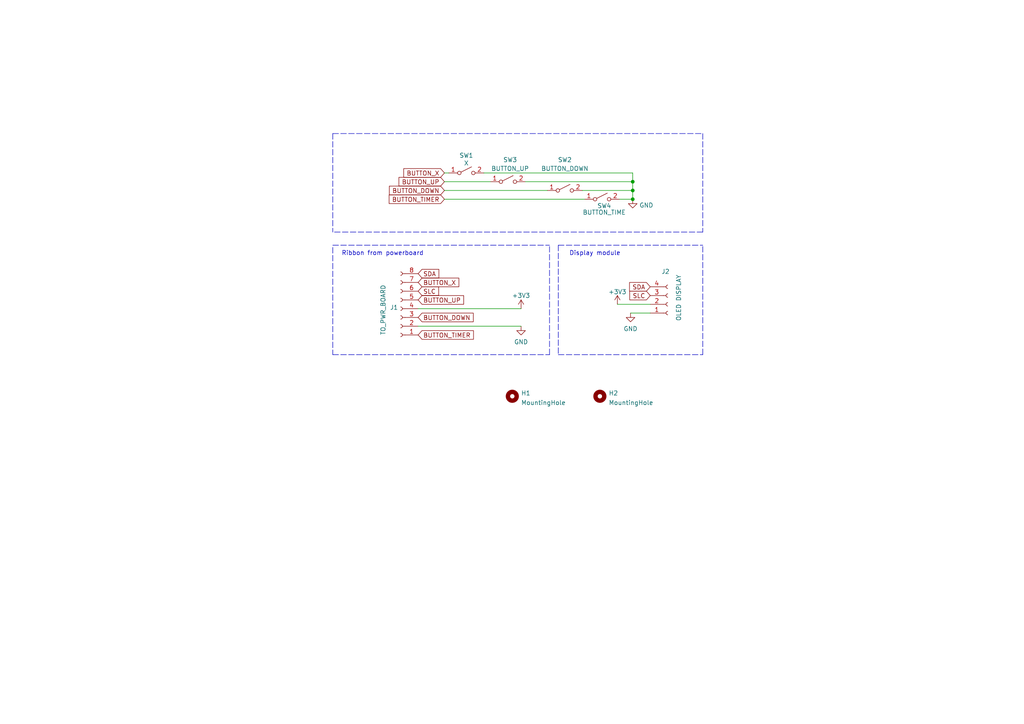
<source format=kicad_sch>
(kicad_sch (version 20211123) (generator eeschema)
  (paper "A4")
  (lib_symbols
    (symbol "Connector:Conn_01x04_Female" (pin_names (offset 1.016) hide)
      (property "Reference" "J" (at 0 5.08 0))
      (property "Value" "Conn_01x04_Female" (at 0 -7.62 0))
      (symbol "Conn_01x04_Female_1_1"
        (arc (start 0 -4.572) (mid -0.508 -5.08) (end 0 -5.588) (stroke (width 0.1524)))
        (arc (start 0 -2.032) (mid -0.508 -2.54) (end 0 -3.048) (stroke (width 0.1524)))
        (polyline (pts (xy -1.27 -5.08) (xy -0.508 -5.08)) (stroke (width 0.1524)))
        (polyline (pts (xy -1.27 -2.54) (xy -0.508 -2.54)) (stroke (width 0.1524)))
        (polyline (pts (xy -1.27 0) (xy -0.508 0)) (stroke (width 0.1524)))
        (polyline (pts (xy -1.27 2.54) (xy -0.508 2.54)) (stroke (width 0.1524)))
        (arc (start 0 0.508) (mid -0.508 0) (end 0 -0.508) (stroke (width 0.1524)))
        (arc (start 0 3.048) (mid -0.508 2.54) (end 0 2.032) (stroke (width 0.1524)))
        (pin passive line (at -5.08 2.54 0) (length 3.81) (name "Pin_1") (number "1"))
        (pin passive line (at -5.08 0 0) (length 3.81) (name "Pin_2") (number "2"))
        (pin passive line (at -5.08 -2.54 0) (length 3.81) (name "Pin_3") (number "3"))
        (pin passive line (at -5.08 -5.08 0) (length 3.81) (name "Pin_4") (number "4"))
      )
    )
    (symbol "Connector:Conn_01x08_Female" (pin_names (offset 1.016) hide)
      (property "Reference" "J" (at 0 10.16 0))
      (property "Value" "Conn_01x08_Female" (at 0 -12.7 0))
      (symbol "Conn_01x08_Female_1_1"
        (arc (start 0 -9.652) (mid -0.508 -10.16) (end 0 -10.668) (stroke (width 0.1524)))
        (arc (start 0 -7.112) (mid -0.508 -7.62) (end 0 -8.128) (stroke (width 0.1524)))
        (arc (start 0 -4.572) (mid -0.508 -5.08) (end 0 -5.588) (stroke (width 0.1524)))
        (arc (start 0 -2.032) (mid -0.508 -2.54) (end 0 -3.048) (stroke (width 0.1524)))
        (polyline (pts (xy -1.27 -10.16) (xy -0.508 -10.16)) (stroke (width 0.1524)))
        (polyline (pts (xy -1.27 -7.62) (xy -0.508 -7.62)) (stroke (width 0.1524)))
        (polyline (pts (xy -1.27 -5.08) (xy -0.508 -5.08)) (stroke (width 0.1524)))
        (polyline (pts (xy -1.27 -2.54) (xy -0.508 -2.54)) (stroke (width 0.1524)))
        (polyline (pts (xy -1.27 0) (xy -0.508 0)) (stroke (width 0.1524)))
        (polyline (pts (xy -1.27 2.54) (xy -0.508 2.54)) (stroke (width 0.1524)))
        (polyline (pts (xy -1.27 5.08) (xy -0.508 5.08)) (stroke (width 0.1524)))
        (polyline (pts (xy -1.27 7.62) (xy -0.508 7.62)) (stroke (width 0.1524)))
        (arc (start 0 0.508) (mid -0.508 0) (end 0 -0.508) (stroke (width 0.1524)))
        (arc (start 0 3.048) (mid -0.508 2.54) (end 0 2.032) (stroke (width 0.1524)))
        (arc (start 0 5.588) (mid -0.508 5.08) (end 0 4.572) (stroke (width 0.1524)))
        (arc (start 0 8.128) (mid -0.508 7.62) (end 0 7.112) (stroke (width 0.1524)))
        (pin passive line (at -5.08 7.62 0) (length 3.81) (name "Pin_1") (number "1"))
        (pin passive line (at -5.08 5.08 0) (length 3.81) (name "Pin_2") (number "2"))
        (pin passive line (at -5.08 2.54 0) (length 3.81) (name "Pin_3") (number "3"))
        (pin passive line (at -5.08 0 0) (length 3.81) (name "Pin_4") (number "4"))
        (pin passive line (at -5.08 -2.54 0) (length 3.81) (name "Pin_5") (number "5"))
        (pin passive line (at -5.08 -5.08 0) (length 3.81) (name "Pin_6") (number "6"))
        (pin passive line (at -5.08 -7.62 0) (length 3.81) (name "Pin_7") (number "7"))
        (pin passive line (at -5.08 -10.16 0) (length 3.81) (name "Pin_8") (number "8"))
      )
    )
    (symbol "Mechanical:MountingHole" (pin_names (offset 1.016))
      (property "Reference" "H" (at 0 5.08 0))
      (property "Value" "MountingHole" (at 0 3.175 0))
      (symbol "MountingHole_0_1"
        (circle (center 0 0) (radius 1.27) (stroke (width 1.27)))
      )
    )
    (symbol "Switch:SW_SPST" (pin_names (offset 0) hide)
      (property "Reference" "SW" (at 0 3.175 0))
      (property "Value" "SW_SPST" (at 0 -2.54 0))
      (symbol "SW_SPST_0_0"
        (circle (center -2.032 0) (radius 0.508))
        (polyline (pts (xy -1.524 0.254) (xy 1.524 1.778)))
        (circle (center 2.032 0) (radius 0.508))
      )
      (symbol "SW_SPST_1_1"
        (pin passive line (at -5.08 0 0) (length 2.54) (name "A") (number "1"))
        (pin passive line (at 5.08 0 180) (length 2.54) (name "B") (number "2"))
      )
    )
    (symbol "power:+3.3V" (power) (pin_names (offset 0))
      (property "Value" "+3.3V" (at 0 3.556 0))
      (symbol "+3.3V_0_1"
        (polyline (pts (xy -0.762 1.27) (xy 0 2.54)))
        (polyline (pts (xy 0 0) (xy 0 2.54)))
        (polyline (pts (xy 0 2.54) (xy 0.762 1.27)))
      )
      (symbol "+3.3V_1_1"
        (pin power_in line (at 0 0 90) (length 0) hide (name "+3V3") (number "1"))
      )
    )
    (symbol "power:GND" (power) (pin_names (offset 0))
      (property "Value" "GND" (at 0 -3.81 0))
      (symbol "GND_0_1"
        (polyline (pts (xy 0 0) (xy 0 -1.27) (xy 1.27 -1.27) (xy 0 -2.54) (xy -1.27 -1.27) (xy 0 -1.27)))
      )
      (symbol "GND_1_1"
        (pin power_in line (at 0 0 270) (length 0) hide (name "GND") (number "1"))
      )
    )
  )
  (junction (at 183.515 52.705))
  (junction (at 183.515 57.785))
  (junction (at 183.515 55.245))
  (polyline (pts (xy 203.835 38.735) (xy 203.835 67.31)))
  (polyline (pts (xy 96.52 38.735) (xy 96.52 67.31)))
  (wire (pts (xy 158.75 55.245) (xy 128.905 55.245)))
  (wire (pts (xy 179.07 88.265) (xy 188.595 88.265)))
  (polyline (pts (xy 203.835 102.87) (xy 203.835 71.12)))
  (wire (pts (xy 152.4 52.705) (xy 183.515 52.705)))
  (wire (pts (xy 128.905 52.705) (xy 142.24 52.705)))
  (polyline (pts (xy 161.925 71.12) (xy 203.835 71.12)))
  (wire (pts (xy 179.705 57.785) (xy 183.515 57.785)))
  (polyline (pts (xy 203.835 67.31) (xy 96.52 67.31)))
  (wire (pts (xy 168.91 55.245) (xy 183.515 55.245)))
  (polyline (pts (xy 96.52 38.735) (xy 203.835 38.735)))
  (wire (pts (xy 183.515 52.705) (xy 183.515 55.245)))
  (wire (pts (xy 140.335 50.165) (xy 183.515 50.165)))
  (wire (pts (xy 121.285 89.535) (xy 151.13 89.535)))
  (wire (pts (xy 130.175 50.165) (xy 128.905 50.165)))
  (wire (pts (xy 121.285 94.615) (xy 151.13 94.615)))
  (polyline (pts (xy 161.925 102.87) (xy 203.835 102.87)))
  (polyline (pts (xy 161.925 71.12) (xy 161.925 102.87)))
  (wire (pts (xy 182.88 90.805) (xy 188.595 90.805)))
  (wire (pts (xy 183.515 55.245) (xy 183.515 57.785)))
  (polyline (pts (xy 159.385 102.87) (xy 159.385 71.12)))
  (polyline (pts (xy 96.52 71.12) (xy 159.385 71.12)))
  (polyline (pts (xy 96.52 71.755) (xy 96.52 102.87)))
  (wire (pts (xy 183.515 50.165) (xy 183.515 52.705)))
  (polyline (pts (xy 96.52 102.87) (xy 159.385 102.87)))
  (wire (pts (xy 128.905 57.785) (xy 169.545 57.785)))
  (text "Ribbon from powerboard\n" (at 99.06 74.295 0) (effects (font (size 1.27 1.27)) (justify left bottom)))
  (text "Display module" (at 165.1 74.295 0) (effects (font (size 1.27 1.27)) (justify left bottom)))
  (global_label "SDA" (shape input) (at 121.285 79.375 0) (property "Intersheet References" "${INTERSHEET_REFS}" (effects hide)))
  (global_label "BUTTON_UP" (shape input) (at 121.285 86.995 0) (property "Intersheet References" "${INTERSHEET_REFS}" (effects hide)))
  (global_label "SLC" (shape input) (at 188.595 85.725 180) (property "Intersheet References" "${INTERSHEET_REFS}" (effects hide)))
  (global_label "BUTTON_TIMER" (shape input) (at 121.285 97.155 0) (property "Intersheet References" "${INTERSHEET_REFS}" (effects hide)))
  (global_label "BUTTON_DOWN" (shape input) (at 121.285 92.075 0) (property "Intersheet References" "${INTERSHEET_REFS}" (effects hide)))
  (global_label "BUTTON_DOWN" (shape input) (at 128.905 55.245 180) (property "Intersheet References" "${INTERSHEET_REFS}" (effects hide)))
  (global_label "BUTTON_TIMER" (shape input) (at 128.905 57.785 180) (property "Intersheet References" "${INTERSHEET_REFS}" (effects hide)))
  (global_label "SLC" (shape input) (at 121.285 84.455 0) (property "Intersheet References" "${INTERSHEET_REFS}" (effects hide)))
  (global_label "BUTTON_X" (shape input) (at 128.905 50.165 180) (property "Intersheet References" "${INTERSHEET_REFS}" (effects hide)))
  (global_label "BUTTON_X" (shape input) (at 121.285 81.915 0) (property "Intersheet References" "${INTERSHEET_REFS}" (effects hide)))
  (global_label "BUTTON_UP" (shape input) (at 128.905 52.705 180) (property "Intersheet References" "${INTERSHEET_REFS}" (effects hide)))
  (global_label "SDA" (shape input) (at 188.595 83.185 180) (property "Intersheet References" "${INTERSHEET_REFS}" (effects hide)))
  (symbol (lib_id "Connector:Conn_01x08_Female") (at 116.205 89.535 180) (unit 1)
    (property "Reference" "J1" (at 115.4938 89.1735 0) (effects (justify left)))
    (property "Value" "TO_PWR_BOARD" (at 111.125 82.55 90) (effects (justify left)))
    (property "Footprint" "Connector_IDC:IDC-Header_2x04_P2.54mm_Vertical" (effects hide))
  )
  (symbol (lib_id "Mechanical:MountingHole") (at 148.59 114.935 0) (unit 1)
    (property "Reference" "H1" (at 151.13 114.0265 0) (effects (justify left)))
    (property "Value" "MountingHole" (at 151.13 116.8016 0) (effects (justify left)))
    (property "Footprint" "MountingHole:MountingHole_3.2mm_M3" (effects hide))
  )
  (symbol (lib_id "power:GND") (at 151.13 94.615 0) (unit 1)
    (property "Reference" "#PWR0101" (effects hide))
    (property "Value" "GND" (at 151.13 99.1775 0))
  )
  (symbol (lib_id "Switch:SW_SPST") (at 163.83 55.245 0) (unit 1)
    (property "Reference" "SW2" (at 163.83 46.355 0))
    (property "Value" "BUTTON_DOWN" (at 163.83 48.895 0))
    (property "Footprint" "Button_Switch_THT:SW_PUSH_6mm_H4.3mm" (effects hide))
  )
  (symbol (lib_id "Mechanical:MountingHole") (at 173.99 114.935 0) (unit 1)
    (property "Reference" "H2" (at 176.53 114.0265 0) (effects (justify left)))
    (property "Value" "MountingHole" (at 176.53 116.8016 0) (effects (justify left)))
    (property "Footprint" "MountingHole:MountingHole_3.2mm_M3" (effects hide))
  )
  (symbol (lib_id "Switch:SW_SPST") (at 147.32 52.705 0) (unit 1)
    (property "Reference" "SW3" (at 147.955 46.355 0))
    (property "Value" "BUTTON_UP" (at 147.955 48.895 0))
    (property "Footprint" "Button_Switch_THT:SW_PUSH_6mm_H4.3mm" (effects hide))
  )
  (symbol (lib_id "power:+3.3V") (at 151.13 89.535 0) (unit 1)
    (property "Reference" "#PWR0102" (effects hide))
    (property "Value" "+3.3V" (at 151.13 85.725 0))
  )
  (symbol (lib_id "Connector:Conn_01x04_Female") (at 193.675 88.265 0) (mirror x) (unit 1)
    (property "Reference" "J2" (at 193.04 78.7613 0))
    (property "Value" "OLED DISPLAY" (at 196.85 86.36 90))
    (property "Footprint" "!my-kicad-library:SSD1306-0.91-OLED-4pin-128x32" (effects hide))
  )
  (symbol (lib_id "power:GND") (at 182.88 90.805 0) (unit 1)
    (property "Reference" "#PWR05" (effects hide))
    (property "Value" "GND" (at 182.88 95.3675 0))
  )
  (symbol (lib_id "Switch:SW_SPST") (at 135.255 50.165 0) (unit 1)
    (property "Reference" "SW1" (at 135.255 45.085 0))
    (property "Value" "X" (at 135.255 47.3226 0))
    (property "Footprint" "Button_Switch_THT:SW_PUSH_6mm_H4.3mm" (effects hide))
  )
  (symbol (lib_id "Switch:SW_SPST") (at 174.625 57.785 0) (unit 1)
    (property "Reference" "SW4" (at 175.26 59.69 0))
    (property "Value" "BUTTON_TIME" (at 175.26 61.595 0))
    (property "Footprint" "Button_Switch_THT:SW_PUSH_6mm_H4.3mm" (effects hide))
  )
  (symbol (lib_id "power:+3.3V") (at 179.07 88.265 0) (unit 1)
    (property "Reference" "#PWR04" (effects hide))
    (property "Value" "+3.3V" (at 179.07 84.6605 0))
  )
  (symbol (lib_id "power:GND") (at 183.515 57.785 0) (unit 1)
    (property "Reference" "#PWR03" (effects hide))
    (property "Value" "GND" (at 185.42 59.534 0) (effects (justify left)))
  )
)
</source>
